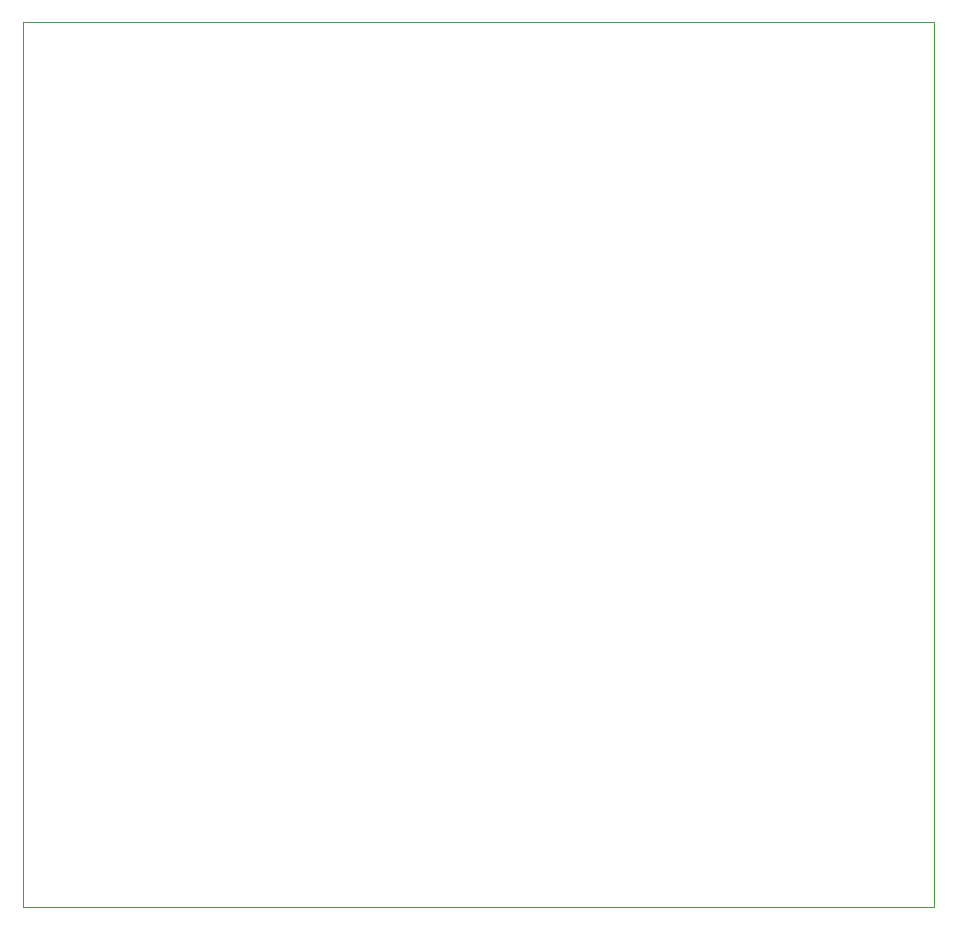
<source format=gko>
G75*
%MOIN*%
%OFA0B0*%
%FSLAX25Y25*%
%IPPOS*%
%LPD*%
%AMOC8*
5,1,8,0,0,1.08239X$1,22.5*
%
%ADD10C,0.00000*%
D10*
X0001500Y0001500D02*
X0001500Y0296461D01*
X0305201Y0296461D01*
X0305201Y0001500D01*
X0001500Y0001500D01*
M02*

</source>
